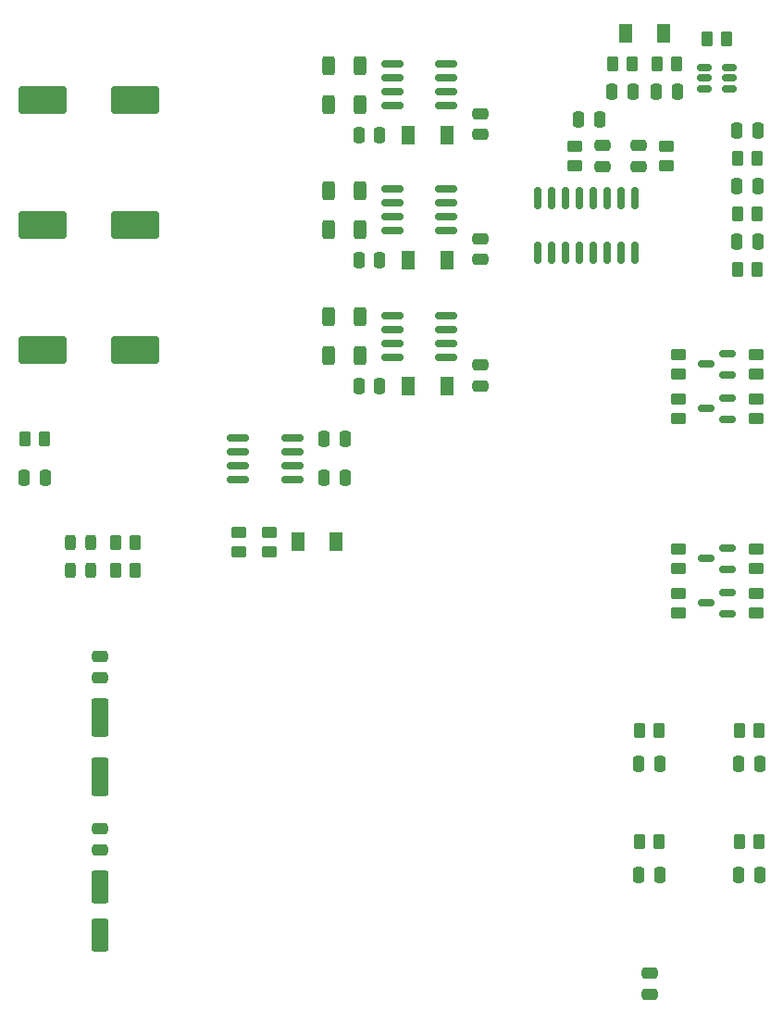
<source format=gtp>
G04 #@! TF.GenerationSoftware,KiCad,Pcbnew,(6.0.8)*
G04 #@! TF.CreationDate,2023-06-08T11:40:43-03:00*
G04 #@! TF.ProjectId,EcoMaua_BLDC_Controller_v0,45636f4d-6175-4615-9f42-4c44435f436f,rev?*
G04 #@! TF.SameCoordinates,Original*
G04 #@! TF.FileFunction,Paste,Top*
G04 #@! TF.FilePolarity,Positive*
%FSLAX46Y46*%
G04 Gerber Fmt 4.6, Leading zero omitted, Abs format (unit mm)*
G04 Created by KiCad (PCBNEW (6.0.8)) date 2023-06-08 11:40:43*
%MOMM*%
%LPD*%
G01*
G04 APERTURE LIST*
G04 Aperture macros list*
%AMRoundRect*
0 Rectangle with rounded corners*
0 $1 Rounding radius*
0 $2 $3 $4 $5 $6 $7 $8 $9 X,Y pos of 4 corners*
0 Add a 4 corners polygon primitive as box body*
4,1,4,$2,$3,$4,$5,$6,$7,$8,$9,$2,$3,0*
0 Add four circle primitives for the rounded corners*
1,1,$1+$1,$2,$3*
1,1,$1+$1,$4,$5*
1,1,$1+$1,$6,$7*
1,1,$1+$1,$8,$9*
0 Add four rect primitives between the rounded corners*
20,1,$1+$1,$2,$3,$4,$5,0*
20,1,$1+$1,$4,$5,$6,$7,0*
20,1,$1+$1,$6,$7,$8,$9,0*
20,1,$1+$1,$8,$9,$2,$3,0*%
G04 Aperture macros list end*
%ADD10RoundRect,0.150000X0.825000X0.150000X-0.825000X0.150000X-0.825000X-0.150000X0.825000X-0.150000X0*%
%ADD11RoundRect,0.250000X0.250000X0.475000X-0.250000X0.475000X-0.250000X-0.475000X0.250000X-0.475000X0*%
%ADD12RoundRect,0.250000X-0.262500X-0.450000X0.262500X-0.450000X0.262500X0.450000X-0.262500X0.450000X0*%
%ADD13RoundRect,0.150000X0.587500X0.150000X-0.587500X0.150000X-0.587500X-0.150000X0.587500X-0.150000X0*%
%ADD14RoundRect,0.250000X0.312500X0.625000X-0.312500X0.625000X-0.312500X-0.625000X0.312500X-0.625000X0*%
%ADD15RoundRect,0.250000X-0.550000X1.500000X-0.550000X-1.500000X0.550000X-1.500000X0.550000X1.500000X0*%
%ADD16RoundRect,0.250000X-0.475000X0.250000X-0.475000X-0.250000X0.475000X-0.250000X0.475000X0.250000X0*%
%ADD17RoundRect,0.150000X-0.150000X0.850000X-0.150000X-0.850000X0.150000X-0.850000X0.150000X0.850000X0*%
%ADD18RoundRect,0.250000X0.475000X-0.250000X0.475000X0.250000X-0.475000X0.250000X-0.475000X-0.250000X0*%
%ADD19RoundRect,0.250000X0.262500X0.450000X-0.262500X0.450000X-0.262500X-0.450000X0.262500X-0.450000X0*%
%ADD20RoundRect,0.150000X-0.825000X-0.150000X0.825000X-0.150000X0.825000X0.150000X-0.825000X0.150000X0*%
%ADD21RoundRect,0.250000X0.450000X-0.262500X0.450000X0.262500X-0.450000X0.262500X-0.450000X-0.262500X0*%
%ADD22RoundRect,0.250000X1.950000X1.000000X-1.950000X1.000000X-1.950000X-1.000000X1.950000X-1.000000X0*%
%ADD23R,1.300000X1.700000*%
%ADD24RoundRect,0.250000X-0.250000X-0.475000X0.250000X-0.475000X0.250000X0.475000X-0.250000X0.475000X0*%
%ADD25RoundRect,0.250000X-0.550000X1.250000X-0.550000X-1.250000X0.550000X-1.250000X0.550000X1.250000X0*%
%ADD26RoundRect,0.150000X-0.512500X-0.150000X0.512500X-0.150000X0.512500X0.150000X-0.512500X0.150000X0*%
%ADD27RoundRect,0.250000X-0.450000X0.262500X-0.450000X-0.262500X0.450000X-0.262500X0.450000X0.262500X0*%
%ADD28RoundRect,0.243750X-0.243750X-0.456250X0.243750X-0.456250X0.243750X0.456250X-0.243750X0.456250X0*%
G04 APERTURE END LIST*
D10*
X160601500Y-51232000D03*
X160601500Y-49962000D03*
X160601500Y-48692000D03*
X160601500Y-47422000D03*
X155651500Y-47422000D03*
X155651500Y-48692000D03*
X155651500Y-49962000D03*
X155651500Y-51232000D03*
D11*
X189088000Y-58593000D03*
X187188000Y-58593000D03*
D12*
X187225500Y-61133000D03*
X189050500Y-61133000D03*
X178269500Y-108372000D03*
X180094500Y-108372000D03*
D13*
X186296500Y-97648000D03*
X186296500Y-95748000D03*
X184421500Y-96698000D03*
D14*
X152731000Y-74092000D03*
X149806000Y-74092000D03*
D11*
X154504500Y-65329000D03*
X152604500Y-65329000D03*
D15*
X128956000Y-107206000D03*
X128956000Y-112606000D03*
D16*
X179248000Y-130561000D03*
X179248000Y-132461000D03*
D12*
X187397500Y-108372000D03*
X189222500Y-108372000D03*
X187225500Y-66213000D03*
X189050500Y-66213000D03*
D17*
X177851000Y-59654000D03*
X176581000Y-59654000D03*
X175311000Y-59654000D03*
X174041000Y-59654000D03*
X172771000Y-59654000D03*
X171501000Y-59654000D03*
X170231000Y-59654000D03*
X168961000Y-59654000D03*
X168961000Y-64654000D03*
X170231000Y-64654000D03*
X171501000Y-64654000D03*
X172771000Y-64654000D03*
X174041000Y-64654000D03*
X175311000Y-64654000D03*
X176581000Y-64654000D03*
X177851000Y-64654000D03*
D18*
X174930000Y-56754000D03*
X174930000Y-54854000D03*
D19*
X132154300Y-93675200D03*
X130329300Y-93675200D03*
D20*
X141544800Y-81585000D03*
X141544800Y-82855000D03*
X141544800Y-84125000D03*
X141544800Y-85395000D03*
X146494800Y-85395000D03*
X146494800Y-84125000D03*
X146494800Y-82855000D03*
X146494800Y-81585000D03*
D19*
X186256500Y-45136000D03*
X184431500Y-45136000D03*
D21*
X172390000Y-56716500D03*
X172390000Y-54891500D03*
D16*
X163714500Y-63363000D03*
X163714500Y-65263000D03*
D14*
X152731000Y-51105000D03*
X149806000Y-51105000D03*
D13*
X186296500Y-93584000D03*
X186296500Y-91684000D03*
X184421500Y-92634000D03*
D16*
X163714500Y-74920000D03*
X163714500Y-76820000D03*
D12*
X187397500Y-118537000D03*
X189222500Y-118537000D03*
D18*
X178232000Y-56754000D03*
X178232000Y-54854000D03*
D21*
X188915000Y-97610500D03*
X188915000Y-95785500D03*
X188915000Y-75771500D03*
X188915000Y-73946500D03*
X181803000Y-93546500D03*
X181803000Y-91721500D03*
D22*
X132100500Y-73584000D03*
X123700500Y-73584000D03*
D14*
X152731000Y-47549000D03*
X149806000Y-47549000D03*
D23*
X180490000Y-44628000D03*
X176990000Y-44628000D03*
D10*
X160601500Y-62662000D03*
X160601500Y-61392000D03*
X160601500Y-60122000D03*
X160601500Y-58852000D03*
X155651500Y-58852000D03*
X155651500Y-60122000D03*
X155651500Y-61392000D03*
X155651500Y-62662000D03*
D19*
X132154300Y-91135200D03*
X130329300Y-91135200D03*
D23*
X157138500Y-76886000D03*
X160638500Y-76886000D03*
D19*
X123850300Y-81712000D03*
X122025300Y-81712000D03*
D21*
X144450000Y-92022500D03*
X144450000Y-90197500D03*
D11*
X154504500Y-76886000D03*
X152604500Y-76886000D03*
D16*
X163714500Y-51933000D03*
X163714500Y-53833000D03*
D19*
X177620500Y-47422000D03*
X175795500Y-47422000D03*
D24*
X149419800Y-81712000D03*
X151319800Y-81712000D03*
X178232000Y-121585000D03*
X180132000Y-121585000D03*
X172710000Y-52502000D03*
X174610000Y-52502000D03*
X178232000Y-111420000D03*
X180132000Y-111420000D03*
D25*
X128956000Y-122692000D03*
X128956000Y-127092000D03*
D21*
X141656000Y-92022500D03*
X141656000Y-90197500D03*
D26*
X184206500Y-47742000D03*
X184206500Y-48692000D03*
X184206500Y-49642000D03*
X186481500Y-49642000D03*
X186481500Y-48692000D03*
X186481500Y-47742000D03*
D13*
X186296500Y-79873000D03*
X186296500Y-77973000D03*
X184421500Y-78923000D03*
D14*
X152731000Y-62535000D03*
X149806000Y-62535000D03*
D18*
X128956000Y-119238000D03*
X128956000Y-117338000D03*
D22*
X132100500Y-50724000D03*
X123700500Y-50724000D03*
D12*
X179859500Y-47422000D03*
X181684500Y-47422000D03*
D21*
X188915000Y-79835500D03*
X188915000Y-78010500D03*
D27*
X181803000Y-95785500D03*
X181803000Y-97610500D03*
X181803000Y-78010500D03*
X181803000Y-79835500D03*
D21*
X188915000Y-93546500D03*
X188915000Y-91721500D03*
D13*
X186296500Y-75809000D03*
X186296500Y-73909000D03*
X184421500Y-74859000D03*
D23*
X157138500Y-53899000D03*
X160638500Y-53899000D03*
D14*
X152731000Y-70536000D03*
X149806000Y-70536000D03*
D24*
X187360000Y-111420000D03*
X189260000Y-111420000D03*
D10*
X160601500Y-74219000D03*
X160601500Y-72949000D03*
X160601500Y-71679000D03*
X160601500Y-70409000D03*
X155651500Y-70409000D03*
X155651500Y-71679000D03*
X155651500Y-72949000D03*
X155651500Y-74219000D03*
D11*
X189088000Y-53513000D03*
X187188000Y-53513000D03*
D14*
X152731000Y-58979000D03*
X149806000Y-58979000D03*
D28*
X126240300Y-93675200D03*
X128115300Y-93675200D03*
D11*
X177658000Y-49962000D03*
X175758000Y-49962000D03*
D24*
X121987800Y-85268000D03*
X123887800Y-85268000D03*
D21*
X180772000Y-56716500D03*
X180772000Y-54891500D03*
D11*
X181722000Y-49962000D03*
X179822000Y-49962000D03*
D22*
X132100500Y-62154000D03*
X123700500Y-62154000D03*
D11*
X154504500Y-53899000D03*
X152604500Y-53899000D03*
D23*
X157138500Y-65329000D03*
X160638500Y-65329000D03*
D21*
X181803000Y-75771500D03*
X181803000Y-73946500D03*
D18*
X128956000Y-103490000D03*
X128956000Y-101590000D03*
D11*
X189088000Y-63673000D03*
X187188000Y-63673000D03*
D12*
X187225500Y-56053000D03*
X189050500Y-56053000D03*
X178269500Y-118537000D03*
X180094500Y-118537000D03*
D23*
X147018000Y-91110000D03*
X150518000Y-91110000D03*
D28*
X126240300Y-91135200D03*
X128115300Y-91135200D03*
D24*
X187360000Y-121585000D03*
X189260000Y-121585000D03*
X149419800Y-85268000D03*
X151319800Y-85268000D03*
M02*

</source>
